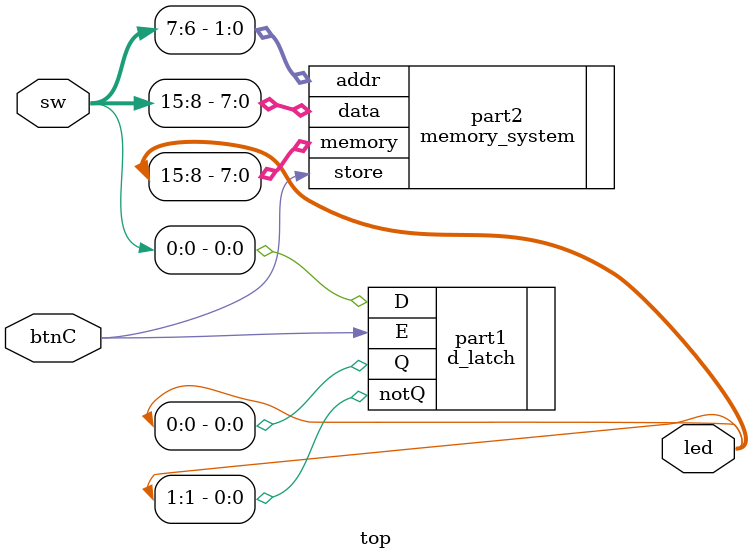
<source format=v>
module top(
    input [15:0] sw,
    input btnC,
    output [15:0] led
);
    d_latch part1(
        .D(sw[0]),
        .Q(led[0]),
        .notQ(led[1]),
        .E(btnC)
    );
    memory_system part2(
        .data(sw[15:8]),
        .addr(sw[7:6]),
        .store(btnC),
        .memory(led[15:8])
    );
endmodule

</source>
